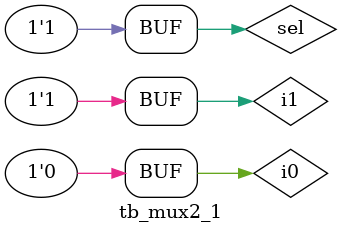
<source format=v>
`timescale 1ns / 1ps

module mux2_1(
		output o,
		input i0, i1, sel);
	not(nsel, sel);
	and(t1, i0, nsel), (t2, i1, sel);
	or(o, t1, t2);
endmodule

module tb_mux2_1;
	reg i0, i1, sel;
	wire o;
	
	mux2_1 m(o, i0, i1, sel);
	
	initial
	begin
		i0=0; i1=1;
		#10 sel=0;
		#10 sel=1;
		#10 sel=1;
		#10 sel=0;
		#10 sel=0;
		#10 sel=1;
	end
endmodule

</source>
